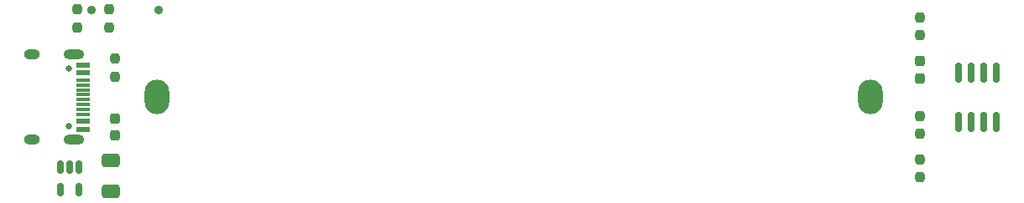
<source format=gbr>
%TF.GenerationSoftware,KiCad,Pcbnew,(6.0.0)*%
%TF.CreationDate,2022-06-19T19:27:42+02:00*%
%TF.ProjectId,PCBv2,50434276-322e-46b6-9963-61645f706362,rev?*%
%TF.SameCoordinates,Original*%
%TF.FileFunction,Soldermask,Bot*%
%TF.FilePolarity,Negative*%
%FSLAX46Y46*%
G04 Gerber Fmt 4.6, Leading zero omitted, Abs format (unit mm)*
G04 Created by KiCad (PCBNEW (6.0.0)) date 2022-06-19 19:27:42*
%MOMM*%
%LPD*%
G01*
G04 APERTURE LIST*
G04 Aperture macros list*
%AMRoundRect*
0 Rectangle with rounded corners*
0 $1 Rounding radius*
0 $2 $3 $4 $5 $6 $7 $8 $9 X,Y pos of 4 corners*
0 Add a 4 corners polygon primitive as box body*
4,1,4,$2,$3,$4,$5,$6,$7,$8,$9,$2,$3,0*
0 Add four circle primitives for the rounded corners*
1,1,$1+$1,$2,$3*
1,1,$1+$1,$4,$5*
1,1,$1+$1,$6,$7*
1,1,$1+$1,$8,$9*
0 Add four rect primitives between the rounded corners*
20,1,$1+$1,$2,$3,$4,$5,0*
20,1,$1+$1,$4,$5,$6,$7,0*
20,1,$1+$1,$6,$7,$8,$9,0*
20,1,$1+$1,$8,$9,$2,$3,0*%
G04 Aperture macros list end*
%ADD10C,0.900000*%
%ADD11RoundRect,0.237500X-0.237500X0.250000X-0.237500X-0.250000X0.237500X-0.250000X0.237500X0.250000X0*%
%ADD12C,0.650000*%
%ADD13R,1.450000X0.600000*%
%ADD14R,1.450000X0.300000*%
%ADD15O,2.100000X1.000000*%
%ADD16O,1.600000X1.000000*%
%ADD17O,2.500000X3.500000*%
%ADD18RoundRect,0.237500X0.237500X-0.250000X0.237500X0.250000X-0.237500X0.250000X-0.237500X-0.250000X0*%
%ADD19RoundRect,0.250000X0.650000X-0.412500X0.650000X0.412500X-0.650000X0.412500X-0.650000X-0.412500X0*%
%ADD20RoundRect,0.237500X-0.237500X0.300000X-0.237500X-0.300000X0.237500X-0.300000X0.237500X0.300000X0*%
%ADD21RoundRect,0.150000X-0.150000X0.512500X-0.150000X-0.512500X0.150000X-0.512500X0.150000X0.512500X0*%
%ADD22RoundRect,0.150000X0.150000X-0.825000X0.150000X0.825000X-0.150000X0.825000X-0.150000X-0.825000X0*%
%ADD23RoundRect,0.237500X0.237500X-0.300000X0.237500X0.300000X-0.237500X0.300000X-0.237500X-0.300000X0*%
G04 APERTURE END LIST*
D10*
%TO.C,SW2*%
X66400000Y-47200000D03*
X73200000Y-47200000D03*
%TD*%
D11*
%TO.C,R5*%
X150000000Y-57887500D03*
X150000000Y-59712500D03*
%TD*%
D12*
%TO.C,J1*%
X64100000Y-53110000D03*
X64100000Y-58890000D03*
D13*
X65545000Y-59250000D03*
X65545000Y-58450000D03*
D14*
X65545000Y-57250000D03*
X65545000Y-56250000D03*
X65545000Y-55750000D03*
X65545000Y-54750000D03*
D13*
X65545000Y-53550000D03*
X65545000Y-52750000D03*
X65545000Y-52750000D03*
X65545000Y-53550000D03*
D14*
X65545000Y-54250000D03*
X65545000Y-55250000D03*
X65545000Y-56750000D03*
X65545000Y-57750000D03*
D13*
X65545000Y-58450000D03*
X65545000Y-59250000D03*
D15*
X64630000Y-51680000D03*
X64630000Y-60320000D03*
D16*
X60450000Y-51680000D03*
X60450000Y-60320000D03*
%TD*%
D17*
%TO.C,BT1*%
X73000000Y-56000000D03*
X145000000Y-56000000D03*
%TD*%
D18*
%TO.C,R1*%
X68200000Y-48912500D03*
X68200000Y-47087500D03*
%TD*%
%TO.C,R2*%
X68800000Y-53912500D03*
X68800000Y-52087500D03*
%TD*%
D19*
%TO.C,C3*%
X68400000Y-65562500D03*
X68400000Y-62437500D03*
%TD*%
D20*
%TO.C,C1*%
X150000000Y-52337500D03*
X150000000Y-54062500D03*
%TD*%
D21*
%TO.C,U2*%
X63250000Y-63062500D03*
X64200000Y-63062500D03*
X65150000Y-63062500D03*
X65150000Y-65337500D03*
X63250000Y-65337500D03*
%TD*%
D22*
%TO.C,U1*%
X157705000Y-58475000D03*
X156435000Y-58475000D03*
X155165000Y-58475000D03*
X153895000Y-58475000D03*
X153895000Y-53525000D03*
X155165000Y-53525000D03*
X156435000Y-53525000D03*
X157705000Y-53525000D03*
%TD*%
D11*
%TO.C,R6*%
X150000000Y-62287500D03*
X150000000Y-64112500D03*
%TD*%
D23*
%TO.C,C2*%
X68800000Y-59862500D03*
X68800000Y-58137500D03*
%TD*%
D18*
%TO.C,R3*%
X65000000Y-48912500D03*
X65000000Y-47087500D03*
%TD*%
D11*
%TO.C,R4*%
X150000000Y-47887500D03*
X150000000Y-49712500D03*
%TD*%
M02*

</source>
